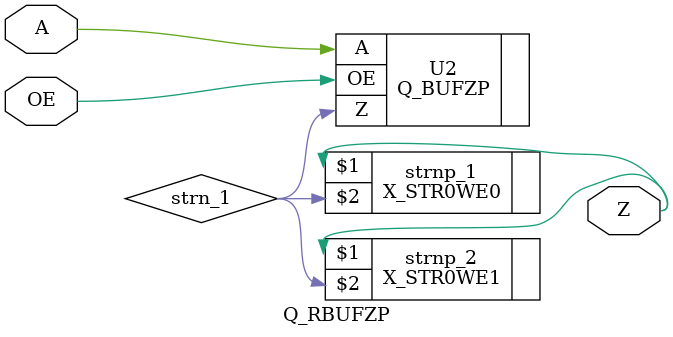
<source format=v>

module Q_RBUFZP ( Z, A, OE);
// pragma CVASTRPROP MODULE HDLICE HDL_MODULE_ATTRIBUTE "0 vlog"
output Z;
input A;
input OE;
wire strn_1;
X_STR0WE1 strnp_2 ( Z, strn_1);
X_STR0WE0 strnp_1 ( Z, strn_1);
Q_BUFZP U2 ( .OE(OE), .A(A), .Z(strn_1));
endmodule

</source>
